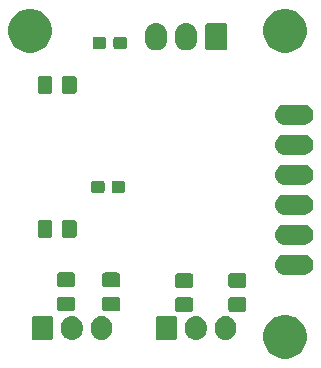
<source format=gbr>
G04 #@! TF.GenerationSoftware,KiCad,Pcbnew,(5.0.2)-1*
G04 #@! TF.CreationDate,2019-03-31T11:29:19+03:00*
G04 #@! TF.ProjectId,galvo-schematic,67616c76-6f2d-4736-9368-656d61746963,rev?*
G04 #@! TF.SameCoordinates,Original*
G04 #@! TF.FileFunction,Soldermask,Bot*
G04 #@! TF.FilePolarity,Negative*
%FSLAX46Y46*%
G04 Gerber Fmt 4.6, Leading zero omitted, Abs format (unit mm)*
G04 Created by KiCad (PCBNEW (5.0.2)-1) date 31.03.2019 11:29:19*
%MOMM*%
%LPD*%
G01*
G04 APERTURE LIST*
%ADD10C,0.100000*%
G04 APERTURE END LIST*
D10*
G36*
X146589625Y-108965095D02*
X146589627Y-108965096D01*
X146589628Y-108965096D01*
X146800714Y-109052531D01*
X146926303Y-109104552D01*
X147229306Y-109307011D01*
X147486989Y-109564694D01*
X147576442Y-109698571D01*
X147689448Y-109867697D01*
X147814338Y-110169206D01*
X147828905Y-110204375D01*
X147900000Y-110561791D01*
X147900000Y-110926209D01*
X147828905Y-111283625D01*
X147689448Y-111620303D01*
X147486989Y-111923306D01*
X147229306Y-112180989D01*
X146926303Y-112383448D01*
X146589628Y-112522904D01*
X146589627Y-112522904D01*
X146589625Y-112522905D01*
X146232209Y-112594000D01*
X145867791Y-112594000D01*
X145510375Y-112522905D01*
X145510373Y-112522904D01*
X145510372Y-112522904D01*
X145173697Y-112383448D01*
X144870694Y-112180989D01*
X144613011Y-111923306D01*
X144410552Y-111620303D01*
X144271095Y-111283625D01*
X144200000Y-110926209D01*
X144200000Y-110561791D01*
X144271095Y-110204375D01*
X144285663Y-110169206D01*
X144410552Y-109867697D01*
X144523558Y-109698571D01*
X144613011Y-109564694D01*
X144870694Y-109307011D01*
X145173697Y-109104552D01*
X145299286Y-109052531D01*
X145510372Y-108965096D01*
X145510373Y-108965096D01*
X145510375Y-108965095D01*
X145867791Y-108894000D01*
X146232209Y-108894000D01*
X146589625Y-108965095D01*
X146589625Y-108965095D01*
G37*
G36*
X128176428Y-108988022D02*
X128346080Y-109039486D01*
X128502434Y-109123058D01*
X128639475Y-109235525D01*
X128751942Y-109372566D01*
X128835514Y-109528919D01*
X128886978Y-109698571D01*
X128900000Y-109830788D01*
X128900000Y-110169211D01*
X128896536Y-110204375D01*
X128886977Y-110301430D01*
X128835514Y-110471081D01*
X128751942Y-110627434D01*
X128639475Y-110764475D01*
X128502434Y-110876942D01*
X128346081Y-110960514D01*
X128176429Y-111011978D01*
X128000000Y-111029355D01*
X127823572Y-111011978D01*
X127653920Y-110960514D01*
X127497567Y-110876942D01*
X127418357Y-110811936D01*
X127360525Y-110764475D01*
X127248057Y-110627432D01*
X127164486Y-110471081D01*
X127113023Y-110301431D01*
X127113022Y-110301429D01*
X127100000Y-110169212D01*
X127100000Y-109830789D01*
X127113022Y-109698572D01*
X127164486Y-109528920D01*
X127248058Y-109372566D01*
X127360525Y-109235525D01*
X127497566Y-109123058D01*
X127653919Y-109039486D01*
X127823571Y-108988022D01*
X128000000Y-108970645D01*
X128176428Y-108988022D01*
X128176428Y-108988022D01*
G37*
G36*
X138676428Y-108988022D02*
X138846080Y-109039486D01*
X139002434Y-109123058D01*
X139139475Y-109235525D01*
X139251942Y-109372566D01*
X139335514Y-109528919D01*
X139386978Y-109698571D01*
X139400000Y-109830788D01*
X139400000Y-110169211D01*
X139396536Y-110204375D01*
X139386977Y-110301430D01*
X139335514Y-110471081D01*
X139251942Y-110627434D01*
X139139475Y-110764475D01*
X139002434Y-110876942D01*
X138846081Y-110960514D01*
X138676429Y-111011978D01*
X138500000Y-111029355D01*
X138323572Y-111011978D01*
X138153920Y-110960514D01*
X137997567Y-110876942D01*
X137918357Y-110811936D01*
X137860525Y-110764475D01*
X137748057Y-110627432D01*
X137664486Y-110471081D01*
X137613023Y-110301431D01*
X137613022Y-110301429D01*
X137600000Y-110169212D01*
X137600000Y-109830789D01*
X137613022Y-109698572D01*
X137664486Y-109528920D01*
X137748058Y-109372566D01*
X137860525Y-109235525D01*
X137997566Y-109123058D01*
X138153919Y-109039486D01*
X138323571Y-108988022D01*
X138500000Y-108970645D01*
X138676428Y-108988022D01*
X138676428Y-108988022D01*
G37*
G36*
X130676428Y-108988022D02*
X130846080Y-109039486D01*
X131002434Y-109123058D01*
X131139475Y-109235525D01*
X131251942Y-109372566D01*
X131335514Y-109528919D01*
X131386978Y-109698571D01*
X131400000Y-109830788D01*
X131400000Y-110169211D01*
X131396536Y-110204375D01*
X131386977Y-110301430D01*
X131335514Y-110471081D01*
X131251942Y-110627434D01*
X131139475Y-110764475D01*
X131002434Y-110876942D01*
X130846081Y-110960514D01*
X130676429Y-111011978D01*
X130500000Y-111029355D01*
X130323572Y-111011978D01*
X130153920Y-110960514D01*
X129997567Y-110876942D01*
X129918357Y-110811936D01*
X129860525Y-110764475D01*
X129748057Y-110627432D01*
X129664486Y-110471081D01*
X129613023Y-110301431D01*
X129613022Y-110301429D01*
X129600000Y-110169212D01*
X129600000Y-109830789D01*
X129613022Y-109698572D01*
X129664486Y-109528920D01*
X129748058Y-109372566D01*
X129860525Y-109235525D01*
X129997566Y-109123058D01*
X130153919Y-109039486D01*
X130323571Y-108988022D01*
X130500000Y-108970645D01*
X130676428Y-108988022D01*
X130676428Y-108988022D01*
G37*
G36*
X141176428Y-108988022D02*
X141346080Y-109039486D01*
X141502434Y-109123058D01*
X141639475Y-109235525D01*
X141751942Y-109372566D01*
X141835514Y-109528919D01*
X141886978Y-109698571D01*
X141900000Y-109830788D01*
X141900000Y-110169211D01*
X141896536Y-110204375D01*
X141886977Y-110301430D01*
X141835514Y-110471081D01*
X141751942Y-110627434D01*
X141639475Y-110764475D01*
X141502434Y-110876942D01*
X141346081Y-110960514D01*
X141176429Y-111011978D01*
X141000000Y-111029355D01*
X140823572Y-111011978D01*
X140653920Y-110960514D01*
X140497567Y-110876942D01*
X140418357Y-110811936D01*
X140360525Y-110764475D01*
X140248057Y-110627432D01*
X140164486Y-110471081D01*
X140113023Y-110301431D01*
X140113022Y-110301429D01*
X140100000Y-110169212D01*
X140100000Y-109830789D01*
X140113022Y-109698572D01*
X140164486Y-109528920D01*
X140248058Y-109372566D01*
X140360525Y-109235525D01*
X140497566Y-109123058D01*
X140653919Y-109039486D01*
X140823571Y-108988022D01*
X141000000Y-108970645D01*
X141176428Y-108988022D01*
X141176428Y-108988022D01*
G37*
G36*
X136743660Y-108979205D02*
X136779980Y-108990222D01*
X136813459Y-109008118D01*
X136842802Y-109032198D01*
X136866882Y-109061541D01*
X136884778Y-109095020D01*
X136895795Y-109131340D01*
X136900000Y-109174035D01*
X136900000Y-110825965D01*
X136895795Y-110868660D01*
X136884778Y-110904980D01*
X136866882Y-110938459D01*
X136842802Y-110967802D01*
X136813459Y-110991882D01*
X136779980Y-111009778D01*
X136743660Y-111020795D01*
X136700965Y-111025000D01*
X135299035Y-111025000D01*
X135256340Y-111020795D01*
X135220020Y-111009778D01*
X135186541Y-110991882D01*
X135157198Y-110967802D01*
X135133118Y-110938459D01*
X135115222Y-110904980D01*
X135104205Y-110868660D01*
X135100000Y-110825965D01*
X135100000Y-109174035D01*
X135104205Y-109131340D01*
X135115222Y-109095020D01*
X135133118Y-109061541D01*
X135157198Y-109032198D01*
X135186541Y-109008118D01*
X135220020Y-108990222D01*
X135256340Y-108979205D01*
X135299035Y-108975000D01*
X136700965Y-108975000D01*
X136743660Y-108979205D01*
X136743660Y-108979205D01*
G37*
G36*
X126243660Y-108979205D02*
X126279980Y-108990222D01*
X126313459Y-109008118D01*
X126342802Y-109032198D01*
X126366882Y-109061541D01*
X126384778Y-109095020D01*
X126395795Y-109131340D01*
X126400000Y-109174035D01*
X126400000Y-110825965D01*
X126395795Y-110868660D01*
X126384778Y-110904980D01*
X126366882Y-110938459D01*
X126342802Y-110967802D01*
X126313459Y-110991882D01*
X126279980Y-111009778D01*
X126243660Y-111020795D01*
X126200965Y-111025000D01*
X124799035Y-111025000D01*
X124756340Y-111020795D01*
X124720020Y-111009778D01*
X124686541Y-110991882D01*
X124657198Y-110967802D01*
X124633118Y-110938459D01*
X124615222Y-110904980D01*
X124604205Y-110868660D01*
X124600000Y-110825965D01*
X124600000Y-109174035D01*
X124604205Y-109131340D01*
X124615222Y-109095020D01*
X124633118Y-109061541D01*
X124657198Y-109032198D01*
X124686541Y-109008118D01*
X124720020Y-108990222D01*
X124756340Y-108979205D01*
X124799035Y-108975000D01*
X126200965Y-108975000D01*
X126243660Y-108979205D01*
X126243660Y-108979205D01*
G37*
G36*
X142576676Y-107404610D02*
X142616960Y-107416829D01*
X142654080Y-107436670D01*
X142686622Y-107463378D01*
X142713330Y-107495920D01*
X142733171Y-107533040D01*
X142745390Y-107573324D01*
X142750000Y-107620124D01*
X142750000Y-108429876D01*
X142745390Y-108476676D01*
X142733171Y-108516960D01*
X142713330Y-108554080D01*
X142686622Y-108586622D01*
X142654080Y-108613330D01*
X142616960Y-108633171D01*
X142576676Y-108645390D01*
X142529876Y-108650000D01*
X141470124Y-108650000D01*
X141423324Y-108645390D01*
X141383040Y-108633171D01*
X141345920Y-108613330D01*
X141313378Y-108586622D01*
X141286670Y-108554080D01*
X141266829Y-108516960D01*
X141254610Y-108476676D01*
X141250000Y-108429876D01*
X141250000Y-107620124D01*
X141254610Y-107573324D01*
X141266829Y-107533040D01*
X141286670Y-107495920D01*
X141313378Y-107463378D01*
X141345920Y-107436670D01*
X141383040Y-107416829D01*
X141423324Y-107404610D01*
X141470124Y-107400000D01*
X142529876Y-107400000D01*
X142576676Y-107404610D01*
X142576676Y-107404610D01*
G37*
G36*
X138076676Y-107404610D02*
X138116960Y-107416829D01*
X138154080Y-107436670D01*
X138186622Y-107463378D01*
X138213330Y-107495920D01*
X138233171Y-107533040D01*
X138245390Y-107573324D01*
X138250000Y-107620124D01*
X138250000Y-108429876D01*
X138245390Y-108476676D01*
X138233171Y-108516960D01*
X138213330Y-108554080D01*
X138186622Y-108586622D01*
X138154080Y-108613330D01*
X138116960Y-108633171D01*
X138076676Y-108645390D01*
X138029876Y-108650000D01*
X136970124Y-108650000D01*
X136923324Y-108645390D01*
X136883040Y-108633171D01*
X136845920Y-108613330D01*
X136813378Y-108586622D01*
X136786670Y-108554080D01*
X136766829Y-108516960D01*
X136754610Y-108476676D01*
X136750000Y-108429876D01*
X136750000Y-107620124D01*
X136754610Y-107573324D01*
X136766829Y-107533040D01*
X136786670Y-107495920D01*
X136813378Y-107463378D01*
X136845920Y-107436670D01*
X136883040Y-107416829D01*
X136923324Y-107404610D01*
X136970124Y-107400000D01*
X138029876Y-107400000D01*
X138076676Y-107404610D01*
X138076676Y-107404610D01*
G37*
G36*
X131894676Y-107355610D02*
X131934960Y-107367829D01*
X131972080Y-107387670D01*
X132004622Y-107414378D01*
X132031330Y-107446920D01*
X132051171Y-107484040D01*
X132063390Y-107524324D01*
X132068000Y-107571124D01*
X132068000Y-108380876D01*
X132063390Y-108427676D01*
X132051171Y-108467960D01*
X132031330Y-108505080D01*
X132004622Y-108537622D01*
X131972080Y-108564330D01*
X131934960Y-108584171D01*
X131894676Y-108596390D01*
X131847876Y-108601000D01*
X130788124Y-108601000D01*
X130741324Y-108596390D01*
X130701040Y-108584171D01*
X130663920Y-108564330D01*
X130631378Y-108537622D01*
X130604670Y-108505080D01*
X130584829Y-108467960D01*
X130572610Y-108427676D01*
X130568000Y-108380876D01*
X130568000Y-107571124D01*
X130572610Y-107524324D01*
X130584829Y-107484040D01*
X130604670Y-107446920D01*
X130631378Y-107414378D01*
X130663920Y-107387670D01*
X130701040Y-107367829D01*
X130741324Y-107355610D01*
X130788124Y-107351000D01*
X131847876Y-107351000D01*
X131894676Y-107355610D01*
X131894676Y-107355610D01*
G37*
G36*
X128076676Y-107346610D02*
X128116960Y-107358829D01*
X128154080Y-107378670D01*
X128186622Y-107405378D01*
X128213330Y-107437920D01*
X128233171Y-107475040D01*
X128245390Y-107515324D01*
X128250000Y-107562124D01*
X128250000Y-108371876D01*
X128245390Y-108418676D01*
X128233171Y-108458960D01*
X128213330Y-108496080D01*
X128186622Y-108528622D01*
X128154080Y-108555330D01*
X128116960Y-108575171D01*
X128076676Y-108587390D01*
X128029876Y-108592000D01*
X126970124Y-108592000D01*
X126923324Y-108587390D01*
X126883040Y-108575171D01*
X126845920Y-108555330D01*
X126813378Y-108528622D01*
X126786670Y-108496080D01*
X126766829Y-108458960D01*
X126754610Y-108418676D01*
X126750000Y-108371876D01*
X126750000Y-107562124D01*
X126754610Y-107515324D01*
X126766829Y-107475040D01*
X126786670Y-107437920D01*
X126813378Y-107405378D01*
X126845920Y-107378670D01*
X126883040Y-107358829D01*
X126923324Y-107346610D01*
X126970124Y-107342000D01*
X128029876Y-107342000D01*
X128076676Y-107346610D01*
X128076676Y-107346610D01*
G37*
G36*
X142576676Y-105354610D02*
X142616960Y-105366829D01*
X142654080Y-105386670D01*
X142686622Y-105413378D01*
X142713330Y-105445920D01*
X142733171Y-105483040D01*
X142745390Y-105523324D01*
X142750000Y-105570124D01*
X142750000Y-106379876D01*
X142745390Y-106426676D01*
X142733171Y-106466960D01*
X142713330Y-106504080D01*
X142686622Y-106536622D01*
X142654080Y-106563330D01*
X142616960Y-106583171D01*
X142576676Y-106595390D01*
X142529876Y-106600000D01*
X141470124Y-106600000D01*
X141423324Y-106595390D01*
X141383040Y-106583171D01*
X141345920Y-106563330D01*
X141313378Y-106536622D01*
X141286670Y-106504080D01*
X141266829Y-106466960D01*
X141254610Y-106426676D01*
X141250000Y-106379876D01*
X141250000Y-105570124D01*
X141254610Y-105523324D01*
X141266829Y-105483040D01*
X141286670Y-105445920D01*
X141313378Y-105413378D01*
X141345920Y-105386670D01*
X141383040Y-105366829D01*
X141423324Y-105354610D01*
X141470124Y-105350000D01*
X142529876Y-105350000D01*
X142576676Y-105354610D01*
X142576676Y-105354610D01*
G37*
G36*
X138076676Y-105354610D02*
X138116960Y-105366829D01*
X138154080Y-105386670D01*
X138186622Y-105413378D01*
X138213330Y-105445920D01*
X138233171Y-105483040D01*
X138245390Y-105523324D01*
X138250000Y-105570124D01*
X138250000Y-106379876D01*
X138245390Y-106426676D01*
X138233171Y-106466960D01*
X138213330Y-106504080D01*
X138186622Y-106536622D01*
X138154080Y-106563330D01*
X138116960Y-106583171D01*
X138076676Y-106595390D01*
X138029876Y-106600000D01*
X136970124Y-106600000D01*
X136923324Y-106595390D01*
X136883040Y-106583171D01*
X136845920Y-106563330D01*
X136813378Y-106536622D01*
X136786670Y-106504080D01*
X136766829Y-106466960D01*
X136754610Y-106426676D01*
X136750000Y-106379876D01*
X136750000Y-105570124D01*
X136754610Y-105523324D01*
X136766829Y-105483040D01*
X136786670Y-105445920D01*
X136813378Y-105413378D01*
X136845920Y-105386670D01*
X136883040Y-105366829D01*
X136923324Y-105354610D01*
X136970124Y-105350000D01*
X138029876Y-105350000D01*
X138076676Y-105354610D01*
X138076676Y-105354610D01*
G37*
G36*
X131894676Y-105305610D02*
X131934960Y-105317829D01*
X131972080Y-105337670D01*
X132004622Y-105364378D01*
X132031330Y-105396920D01*
X132051171Y-105434040D01*
X132063390Y-105474324D01*
X132068000Y-105521124D01*
X132068000Y-106330876D01*
X132063390Y-106377676D01*
X132051171Y-106417960D01*
X132031330Y-106455080D01*
X132004622Y-106487622D01*
X131972080Y-106514330D01*
X131934960Y-106534171D01*
X131894676Y-106546390D01*
X131847876Y-106551000D01*
X130788124Y-106551000D01*
X130741324Y-106546390D01*
X130701040Y-106534171D01*
X130663920Y-106514330D01*
X130631378Y-106487622D01*
X130604670Y-106455080D01*
X130584829Y-106417960D01*
X130572610Y-106377676D01*
X130568000Y-106330876D01*
X130568000Y-105521124D01*
X130572610Y-105474324D01*
X130584829Y-105434040D01*
X130604670Y-105396920D01*
X130631378Y-105364378D01*
X130663920Y-105337670D01*
X130701040Y-105317829D01*
X130741324Y-105305610D01*
X130788124Y-105301000D01*
X131847876Y-105301000D01*
X131894676Y-105305610D01*
X131894676Y-105305610D01*
G37*
G36*
X128076676Y-105296610D02*
X128116960Y-105308829D01*
X128154080Y-105328670D01*
X128186622Y-105355378D01*
X128213330Y-105387920D01*
X128233171Y-105425040D01*
X128245390Y-105465324D01*
X128250000Y-105512124D01*
X128250000Y-106321876D01*
X128245390Y-106368676D01*
X128233171Y-106408960D01*
X128213330Y-106446080D01*
X128186622Y-106478622D01*
X128154080Y-106505330D01*
X128116960Y-106525171D01*
X128076676Y-106537390D01*
X128029876Y-106542000D01*
X126970124Y-106542000D01*
X126923324Y-106537390D01*
X126883040Y-106525171D01*
X126845920Y-106505330D01*
X126813378Y-106478622D01*
X126786670Y-106446080D01*
X126766829Y-106408960D01*
X126754610Y-106368676D01*
X126750000Y-106321876D01*
X126750000Y-105512124D01*
X126754610Y-105465324D01*
X126766829Y-105425040D01*
X126786670Y-105387920D01*
X126813378Y-105355378D01*
X126845920Y-105328670D01*
X126883040Y-105308829D01*
X126923324Y-105296610D01*
X126970124Y-105292000D01*
X128029876Y-105292000D01*
X128076676Y-105296610D01*
X128076676Y-105296610D01*
G37*
G36*
X147743293Y-103796895D02*
X147906085Y-103846278D01*
X148056114Y-103926470D01*
X148187612Y-104034388D01*
X148295530Y-104165886D01*
X148375722Y-104315915D01*
X148425105Y-104478707D01*
X148441779Y-104648000D01*
X148425105Y-104817293D01*
X148375722Y-104980085D01*
X148295530Y-105130114D01*
X148187612Y-105261612D01*
X148056114Y-105369530D01*
X147906085Y-105449722D01*
X147743293Y-105499105D01*
X147616426Y-105511600D01*
X146007574Y-105511600D01*
X145880707Y-105499105D01*
X145717915Y-105449722D01*
X145567886Y-105369530D01*
X145436388Y-105261612D01*
X145328470Y-105130114D01*
X145248278Y-104980085D01*
X145198895Y-104817293D01*
X145182221Y-104648000D01*
X145198895Y-104478707D01*
X145248278Y-104315915D01*
X145328470Y-104165886D01*
X145436388Y-104034388D01*
X145567886Y-103926470D01*
X145717915Y-103846278D01*
X145880707Y-103796895D01*
X146007574Y-103784400D01*
X147616426Y-103784400D01*
X147743293Y-103796895D01*
X147743293Y-103796895D01*
G37*
G36*
X147743293Y-101256895D02*
X147906085Y-101306278D01*
X148056114Y-101386470D01*
X148187612Y-101494388D01*
X148295530Y-101625886D01*
X148375722Y-101775915D01*
X148425105Y-101938707D01*
X148441779Y-102108000D01*
X148425105Y-102277293D01*
X148375722Y-102440085D01*
X148295530Y-102590114D01*
X148187612Y-102721612D01*
X148056114Y-102829530D01*
X147906085Y-102909722D01*
X147743293Y-102959105D01*
X147616426Y-102971600D01*
X146007574Y-102971600D01*
X145880707Y-102959105D01*
X145717915Y-102909722D01*
X145567886Y-102829530D01*
X145436388Y-102721612D01*
X145328470Y-102590114D01*
X145248278Y-102440085D01*
X145198895Y-102277293D01*
X145182221Y-102108000D01*
X145198895Y-101938707D01*
X145248278Y-101775915D01*
X145328470Y-101625886D01*
X145436388Y-101494388D01*
X145567886Y-101386470D01*
X145717915Y-101306278D01*
X145880707Y-101256895D01*
X146007574Y-101244400D01*
X147616426Y-101244400D01*
X147743293Y-101256895D01*
X147743293Y-101256895D01*
G37*
G36*
X126172676Y-100854610D02*
X126212960Y-100866829D01*
X126250080Y-100886670D01*
X126282622Y-100913378D01*
X126309330Y-100945920D01*
X126329171Y-100983040D01*
X126341390Y-101023324D01*
X126346000Y-101070124D01*
X126346000Y-102129876D01*
X126341390Y-102176676D01*
X126329171Y-102216960D01*
X126309330Y-102254080D01*
X126282622Y-102286622D01*
X126250080Y-102313330D01*
X126212960Y-102333171D01*
X126172676Y-102345390D01*
X126125876Y-102350000D01*
X125316124Y-102350000D01*
X125269324Y-102345390D01*
X125229040Y-102333171D01*
X125191920Y-102313330D01*
X125159378Y-102286622D01*
X125132670Y-102254080D01*
X125112829Y-102216960D01*
X125100610Y-102176676D01*
X125096000Y-102129876D01*
X125096000Y-101070124D01*
X125100610Y-101023324D01*
X125112829Y-100983040D01*
X125132670Y-100945920D01*
X125159378Y-100913378D01*
X125191920Y-100886670D01*
X125229040Y-100866829D01*
X125269324Y-100854610D01*
X125316124Y-100850000D01*
X126125876Y-100850000D01*
X126172676Y-100854610D01*
X126172676Y-100854610D01*
G37*
G36*
X128222676Y-100854610D02*
X128262960Y-100866829D01*
X128300080Y-100886670D01*
X128332622Y-100913378D01*
X128359330Y-100945920D01*
X128379171Y-100983040D01*
X128391390Y-101023324D01*
X128396000Y-101070124D01*
X128396000Y-102129876D01*
X128391390Y-102176676D01*
X128379171Y-102216960D01*
X128359330Y-102254080D01*
X128332622Y-102286622D01*
X128300080Y-102313330D01*
X128262960Y-102333171D01*
X128222676Y-102345390D01*
X128175876Y-102350000D01*
X127366124Y-102350000D01*
X127319324Y-102345390D01*
X127279040Y-102333171D01*
X127241920Y-102313330D01*
X127209378Y-102286622D01*
X127182670Y-102254080D01*
X127162829Y-102216960D01*
X127150610Y-102176676D01*
X127146000Y-102129876D01*
X127146000Y-101070124D01*
X127150610Y-101023324D01*
X127162829Y-100983040D01*
X127182670Y-100945920D01*
X127209378Y-100913378D01*
X127241920Y-100886670D01*
X127279040Y-100866829D01*
X127319324Y-100854610D01*
X127366124Y-100850000D01*
X128175876Y-100850000D01*
X128222676Y-100854610D01*
X128222676Y-100854610D01*
G37*
G36*
X147743293Y-98716895D02*
X147906085Y-98766278D01*
X148056114Y-98846470D01*
X148187612Y-98954388D01*
X148295530Y-99085886D01*
X148375722Y-99235915D01*
X148425105Y-99398707D01*
X148441779Y-99568000D01*
X148425105Y-99737293D01*
X148375722Y-99900085D01*
X148295530Y-100050114D01*
X148187612Y-100181612D01*
X148056114Y-100289530D01*
X147906085Y-100369722D01*
X147743293Y-100419105D01*
X147616426Y-100431600D01*
X146007574Y-100431600D01*
X145880707Y-100419105D01*
X145717915Y-100369722D01*
X145567886Y-100289530D01*
X145436388Y-100181612D01*
X145328470Y-100050114D01*
X145248278Y-99900085D01*
X145198895Y-99737293D01*
X145182221Y-99568000D01*
X145198895Y-99398707D01*
X145248278Y-99235915D01*
X145328470Y-99085886D01*
X145436388Y-98954388D01*
X145567886Y-98846470D01*
X145717915Y-98766278D01*
X145880707Y-98716895D01*
X146007574Y-98704400D01*
X147616426Y-98704400D01*
X147743293Y-98716895D01*
X147743293Y-98716895D01*
G37*
G36*
X130592861Y-97523557D02*
X130632635Y-97535623D01*
X130669292Y-97555216D01*
X130701418Y-97581582D01*
X130727784Y-97613708D01*
X130747377Y-97650365D01*
X130759443Y-97690139D01*
X130764000Y-97736408D01*
X130764000Y-98351592D01*
X130759443Y-98397861D01*
X130747377Y-98437635D01*
X130727784Y-98474292D01*
X130701418Y-98506418D01*
X130669292Y-98532784D01*
X130632635Y-98552377D01*
X130592861Y-98564443D01*
X130546592Y-98569000D01*
X129831408Y-98569000D01*
X129785139Y-98564443D01*
X129745365Y-98552377D01*
X129708708Y-98532784D01*
X129676582Y-98506418D01*
X129650216Y-98474292D01*
X129630623Y-98437635D01*
X129618557Y-98397861D01*
X129614000Y-98351592D01*
X129614000Y-97736408D01*
X129618557Y-97690139D01*
X129630623Y-97650365D01*
X129650216Y-97613708D01*
X129676582Y-97581582D01*
X129708708Y-97555216D01*
X129745365Y-97535623D01*
X129785139Y-97523557D01*
X129831408Y-97519000D01*
X130546592Y-97519000D01*
X130592861Y-97523557D01*
X130592861Y-97523557D01*
G37*
G36*
X132342861Y-97523557D02*
X132382635Y-97535623D01*
X132419292Y-97555216D01*
X132451418Y-97581582D01*
X132477784Y-97613708D01*
X132497377Y-97650365D01*
X132509443Y-97690139D01*
X132514000Y-97736408D01*
X132514000Y-98351592D01*
X132509443Y-98397861D01*
X132497377Y-98437635D01*
X132477784Y-98474292D01*
X132451418Y-98506418D01*
X132419292Y-98532784D01*
X132382635Y-98552377D01*
X132342861Y-98564443D01*
X132296592Y-98569000D01*
X131581408Y-98569000D01*
X131535139Y-98564443D01*
X131495365Y-98552377D01*
X131458708Y-98532784D01*
X131426582Y-98506418D01*
X131400216Y-98474292D01*
X131380623Y-98437635D01*
X131368557Y-98397861D01*
X131364000Y-98351592D01*
X131364000Y-97736408D01*
X131368557Y-97690139D01*
X131380623Y-97650365D01*
X131400216Y-97613708D01*
X131426582Y-97581582D01*
X131458708Y-97555216D01*
X131495365Y-97535623D01*
X131535139Y-97523557D01*
X131581408Y-97519000D01*
X132296592Y-97519000D01*
X132342861Y-97523557D01*
X132342861Y-97523557D01*
G37*
G36*
X147743293Y-96176895D02*
X147906085Y-96226278D01*
X148056114Y-96306470D01*
X148187612Y-96414388D01*
X148295530Y-96545886D01*
X148375722Y-96695915D01*
X148425105Y-96858707D01*
X148441779Y-97028000D01*
X148425105Y-97197293D01*
X148375722Y-97360085D01*
X148295530Y-97510114D01*
X148187612Y-97641612D01*
X148056114Y-97749530D01*
X147906085Y-97829722D01*
X147743293Y-97879105D01*
X147616426Y-97891600D01*
X146007574Y-97891600D01*
X145880707Y-97879105D01*
X145717915Y-97829722D01*
X145567886Y-97749530D01*
X145436388Y-97641612D01*
X145328470Y-97510114D01*
X145248278Y-97360085D01*
X145198895Y-97197293D01*
X145182221Y-97028000D01*
X145198895Y-96858707D01*
X145248278Y-96695915D01*
X145328470Y-96545886D01*
X145436388Y-96414388D01*
X145567886Y-96306470D01*
X145717915Y-96226278D01*
X145880707Y-96176895D01*
X146007574Y-96164400D01*
X147616426Y-96164400D01*
X147743293Y-96176895D01*
X147743293Y-96176895D01*
G37*
G36*
X147743293Y-93636895D02*
X147906085Y-93686278D01*
X148056114Y-93766470D01*
X148187612Y-93874388D01*
X148295530Y-94005886D01*
X148375722Y-94155915D01*
X148425105Y-94318707D01*
X148441779Y-94488000D01*
X148425105Y-94657293D01*
X148375722Y-94820085D01*
X148295530Y-94970114D01*
X148187612Y-95101612D01*
X148056114Y-95209530D01*
X147906085Y-95289722D01*
X147743293Y-95339105D01*
X147616426Y-95351600D01*
X146007574Y-95351600D01*
X145880707Y-95339105D01*
X145717915Y-95289722D01*
X145567886Y-95209530D01*
X145436388Y-95101612D01*
X145328470Y-94970114D01*
X145248278Y-94820085D01*
X145198895Y-94657293D01*
X145182221Y-94488000D01*
X145198895Y-94318707D01*
X145248278Y-94155915D01*
X145328470Y-94005886D01*
X145436388Y-93874388D01*
X145567886Y-93766470D01*
X145717915Y-93686278D01*
X145880707Y-93636895D01*
X146007574Y-93624400D01*
X147616426Y-93624400D01*
X147743293Y-93636895D01*
X147743293Y-93636895D01*
G37*
G36*
X147743293Y-91096895D02*
X147906085Y-91146278D01*
X148056114Y-91226470D01*
X148187612Y-91334388D01*
X148295530Y-91465886D01*
X148375722Y-91615915D01*
X148425105Y-91778707D01*
X148441779Y-91948000D01*
X148425105Y-92117293D01*
X148375722Y-92280085D01*
X148295530Y-92430114D01*
X148187612Y-92561612D01*
X148056114Y-92669530D01*
X147906085Y-92749722D01*
X147743293Y-92799105D01*
X147616426Y-92811600D01*
X146007574Y-92811600D01*
X145880707Y-92799105D01*
X145717915Y-92749722D01*
X145567886Y-92669530D01*
X145436388Y-92561612D01*
X145328470Y-92430114D01*
X145248278Y-92280085D01*
X145198895Y-92117293D01*
X145182221Y-91948000D01*
X145198895Y-91778707D01*
X145248278Y-91615915D01*
X145328470Y-91465886D01*
X145436388Y-91334388D01*
X145567886Y-91226470D01*
X145717915Y-91146278D01*
X145880707Y-91096895D01*
X146007574Y-91084400D01*
X147616426Y-91084400D01*
X147743293Y-91096895D01*
X147743293Y-91096895D01*
G37*
G36*
X128222676Y-88662610D02*
X128262960Y-88674829D01*
X128300080Y-88694670D01*
X128332622Y-88721378D01*
X128359330Y-88753920D01*
X128379171Y-88791040D01*
X128391390Y-88831324D01*
X128396000Y-88878124D01*
X128396000Y-89937876D01*
X128391390Y-89984676D01*
X128379171Y-90024960D01*
X128359330Y-90062080D01*
X128332622Y-90094622D01*
X128300080Y-90121330D01*
X128262960Y-90141171D01*
X128222676Y-90153390D01*
X128175876Y-90158000D01*
X127366124Y-90158000D01*
X127319324Y-90153390D01*
X127279040Y-90141171D01*
X127241920Y-90121330D01*
X127209378Y-90094622D01*
X127182670Y-90062080D01*
X127162829Y-90024960D01*
X127150610Y-89984676D01*
X127146000Y-89937876D01*
X127146000Y-88878124D01*
X127150610Y-88831324D01*
X127162829Y-88791040D01*
X127182670Y-88753920D01*
X127209378Y-88721378D01*
X127241920Y-88694670D01*
X127279040Y-88674829D01*
X127319324Y-88662610D01*
X127366124Y-88658000D01*
X128175876Y-88658000D01*
X128222676Y-88662610D01*
X128222676Y-88662610D01*
G37*
G36*
X126172676Y-88662610D02*
X126212960Y-88674829D01*
X126250080Y-88694670D01*
X126282622Y-88721378D01*
X126309330Y-88753920D01*
X126329171Y-88791040D01*
X126341390Y-88831324D01*
X126346000Y-88878124D01*
X126346000Y-89937876D01*
X126341390Y-89984676D01*
X126329171Y-90024960D01*
X126309330Y-90062080D01*
X126282622Y-90094622D01*
X126250080Y-90121330D01*
X126212960Y-90141171D01*
X126172676Y-90153390D01*
X126125876Y-90158000D01*
X125316124Y-90158000D01*
X125269324Y-90153390D01*
X125229040Y-90141171D01*
X125191920Y-90121330D01*
X125159378Y-90094622D01*
X125132670Y-90062080D01*
X125112829Y-90024960D01*
X125100610Y-89984676D01*
X125096000Y-89937876D01*
X125096000Y-88878124D01*
X125100610Y-88831324D01*
X125112829Y-88791040D01*
X125132670Y-88753920D01*
X125159378Y-88721378D01*
X125191920Y-88694670D01*
X125229040Y-88674829D01*
X125269324Y-88662610D01*
X125316124Y-88658000D01*
X126125876Y-88658000D01*
X126172676Y-88662610D01*
X126172676Y-88662610D01*
G37*
G36*
X124999625Y-83057095D02*
X124999627Y-83057096D01*
X124999628Y-83057096D01*
X125336303Y-83196552D01*
X125639306Y-83399011D01*
X125896989Y-83656694D01*
X125896990Y-83656696D01*
X126099448Y-83959697D01*
X126232159Y-84280087D01*
X126238905Y-84296375D01*
X126310000Y-84653791D01*
X126310000Y-85018209D01*
X126244602Y-85346982D01*
X126238904Y-85375628D01*
X126099448Y-85712303D01*
X125896989Y-86015306D01*
X125639306Y-86272989D01*
X125437377Y-86407913D01*
X125336303Y-86475448D01*
X124999628Y-86614904D01*
X124999627Y-86614904D01*
X124999625Y-86614905D01*
X124642209Y-86686000D01*
X124277791Y-86686000D01*
X123920375Y-86614905D01*
X123920373Y-86614904D01*
X123920372Y-86614904D01*
X123583697Y-86475448D01*
X123482623Y-86407913D01*
X123280694Y-86272989D01*
X123023011Y-86015306D01*
X122820552Y-85712303D01*
X122681096Y-85375628D01*
X122675398Y-85346982D01*
X122610000Y-85018209D01*
X122610000Y-84653791D01*
X122681095Y-84296375D01*
X122687842Y-84280087D01*
X122820552Y-83959697D01*
X123023010Y-83656696D01*
X123023011Y-83656694D01*
X123280694Y-83399011D01*
X123583697Y-83196552D01*
X123920372Y-83057096D01*
X123920373Y-83057096D01*
X123920375Y-83057095D01*
X124277791Y-82986000D01*
X124642209Y-82986000D01*
X124999625Y-83057095D01*
X124999625Y-83057095D01*
G37*
G36*
X146589625Y-83057095D02*
X146589627Y-83057096D01*
X146589628Y-83057096D01*
X146926303Y-83196552D01*
X147229306Y-83399011D01*
X147486989Y-83656694D01*
X147486990Y-83656696D01*
X147689448Y-83959697D01*
X147822159Y-84280087D01*
X147828905Y-84296375D01*
X147900000Y-84653791D01*
X147900000Y-85018209D01*
X147834602Y-85346982D01*
X147828904Y-85375628D01*
X147689448Y-85712303D01*
X147486989Y-86015306D01*
X147229306Y-86272989D01*
X147027377Y-86407913D01*
X146926303Y-86475448D01*
X146589628Y-86614904D01*
X146589627Y-86614904D01*
X146589625Y-86614905D01*
X146232209Y-86686000D01*
X145867791Y-86686000D01*
X145510375Y-86614905D01*
X145510373Y-86614904D01*
X145510372Y-86614904D01*
X145173697Y-86475448D01*
X145072623Y-86407913D01*
X144870694Y-86272989D01*
X144613011Y-86015306D01*
X144410552Y-85712303D01*
X144271096Y-85375628D01*
X144265398Y-85346982D01*
X144200000Y-85018209D01*
X144200000Y-84653791D01*
X144271095Y-84296375D01*
X144277842Y-84280087D01*
X144410552Y-83959697D01*
X144613010Y-83656696D01*
X144613011Y-83656694D01*
X144870694Y-83399011D01*
X145173697Y-83196552D01*
X145510372Y-83057096D01*
X145510373Y-83057096D01*
X145510375Y-83057095D01*
X145867791Y-82986000D01*
X146232209Y-82986000D01*
X146589625Y-83057095D01*
X146589625Y-83057095D01*
G37*
G36*
X135308349Y-84207311D02*
X135481773Y-84259919D01*
X135519504Y-84280087D01*
X135641597Y-84345347D01*
X135781686Y-84460314D01*
X135896653Y-84600403D01*
X135982081Y-84760228D01*
X136034688Y-84933649D01*
X136034688Y-84933651D01*
X136048000Y-85068803D01*
X136048000Y-85619198D01*
X136034689Y-85754349D01*
X135982081Y-85927773D01*
X135936418Y-86013201D01*
X135896653Y-86087597D01*
X135781686Y-86227686D01*
X135715147Y-86282292D01*
X135641598Y-86342652D01*
X135481772Y-86428081D01*
X135308348Y-86480689D01*
X135128000Y-86498452D01*
X134947651Y-86480689D01*
X134774227Y-86428081D01*
X134674183Y-86374606D01*
X134614403Y-86342653D01*
X134474314Y-86227686D01*
X134381426Y-86114500D01*
X134359348Y-86087598D01*
X134273919Y-85927772D01*
X134221311Y-85754348D01*
X134208000Y-85619197D01*
X134208000Y-85068802D01*
X134221311Y-84933651D01*
X134273919Y-84760227D01*
X134359349Y-84600402D01*
X134474315Y-84460314D01*
X134614404Y-84345347D01*
X134736497Y-84280087D01*
X134774228Y-84259919D01*
X134947652Y-84207311D01*
X135128000Y-84189548D01*
X135308349Y-84207311D01*
X135308349Y-84207311D01*
G37*
G36*
X137848349Y-84207311D02*
X138021773Y-84259919D01*
X138059504Y-84280087D01*
X138181597Y-84345347D01*
X138321686Y-84460314D01*
X138436653Y-84600403D01*
X138522081Y-84760228D01*
X138574688Y-84933649D01*
X138574688Y-84933651D01*
X138588000Y-85068803D01*
X138588000Y-85619198D01*
X138574689Y-85754349D01*
X138522081Y-85927773D01*
X138476418Y-86013201D01*
X138436653Y-86087597D01*
X138321686Y-86227686D01*
X138255147Y-86282292D01*
X138181598Y-86342652D01*
X138021772Y-86428081D01*
X137848348Y-86480689D01*
X137668000Y-86498452D01*
X137487651Y-86480689D01*
X137314227Y-86428081D01*
X137214183Y-86374606D01*
X137154403Y-86342653D01*
X137014314Y-86227686D01*
X136921426Y-86114500D01*
X136899348Y-86087598D01*
X136813919Y-85927772D01*
X136761311Y-85754348D01*
X136748000Y-85619197D01*
X136748000Y-85068802D01*
X136761311Y-84933651D01*
X136813919Y-84760227D01*
X136899349Y-84600402D01*
X137014315Y-84460314D01*
X137154404Y-84345347D01*
X137276497Y-84280087D01*
X137314228Y-84259919D01*
X137487652Y-84207311D01*
X137668000Y-84189548D01*
X137848349Y-84207311D01*
X137848349Y-84207311D01*
G37*
G36*
X140972474Y-84198185D02*
X141008606Y-84209145D01*
X141041913Y-84226948D01*
X141071099Y-84250901D01*
X141095052Y-84280087D01*
X141112855Y-84313394D01*
X141123815Y-84349526D01*
X141128000Y-84392011D01*
X141128000Y-86295989D01*
X141123815Y-86338474D01*
X141112855Y-86374606D01*
X141095052Y-86407913D01*
X141071099Y-86437099D01*
X141041913Y-86461052D01*
X141008606Y-86478855D01*
X140972474Y-86489815D01*
X140929989Y-86494000D01*
X139486011Y-86494000D01*
X139443526Y-86489815D01*
X139407394Y-86478855D01*
X139374087Y-86461052D01*
X139344901Y-86437099D01*
X139320948Y-86407913D01*
X139303145Y-86374606D01*
X139292185Y-86338474D01*
X139288000Y-86295989D01*
X139288000Y-84392011D01*
X139292185Y-84349526D01*
X139303145Y-84313394D01*
X139320948Y-84280087D01*
X139344901Y-84250901D01*
X139374087Y-84226948D01*
X139407394Y-84209145D01*
X139443526Y-84198185D01*
X139486011Y-84194000D01*
X140929989Y-84194000D01*
X140972474Y-84198185D01*
X140972474Y-84198185D01*
G37*
G36*
X132483861Y-85331557D02*
X132523635Y-85343623D01*
X132560292Y-85363216D01*
X132592418Y-85389582D01*
X132618784Y-85421708D01*
X132638377Y-85458365D01*
X132650443Y-85498139D01*
X132655000Y-85544408D01*
X132655000Y-86159592D01*
X132650443Y-86205861D01*
X132638377Y-86245635D01*
X132618784Y-86282292D01*
X132592418Y-86314418D01*
X132560292Y-86340784D01*
X132523635Y-86360377D01*
X132483861Y-86372443D01*
X132437592Y-86377000D01*
X131722408Y-86377000D01*
X131676139Y-86372443D01*
X131636365Y-86360377D01*
X131599708Y-86340784D01*
X131567582Y-86314418D01*
X131541216Y-86282292D01*
X131521623Y-86245635D01*
X131509557Y-86205861D01*
X131505000Y-86159592D01*
X131505000Y-85544408D01*
X131509557Y-85498139D01*
X131521623Y-85458365D01*
X131541216Y-85421708D01*
X131567582Y-85389582D01*
X131599708Y-85363216D01*
X131636365Y-85343623D01*
X131676139Y-85331557D01*
X131722408Y-85327000D01*
X132437592Y-85327000D01*
X132483861Y-85331557D01*
X132483861Y-85331557D01*
G37*
G36*
X130733861Y-85331557D02*
X130773635Y-85343623D01*
X130810292Y-85363216D01*
X130842418Y-85389582D01*
X130868784Y-85421708D01*
X130888377Y-85458365D01*
X130900443Y-85498139D01*
X130905000Y-85544408D01*
X130905000Y-86159592D01*
X130900443Y-86205861D01*
X130888377Y-86245635D01*
X130868784Y-86282292D01*
X130842418Y-86314418D01*
X130810292Y-86340784D01*
X130773635Y-86360377D01*
X130733861Y-86372443D01*
X130687592Y-86377000D01*
X129972408Y-86377000D01*
X129926139Y-86372443D01*
X129886365Y-86360377D01*
X129849708Y-86340784D01*
X129817582Y-86314418D01*
X129791216Y-86282292D01*
X129771623Y-86245635D01*
X129759557Y-86205861D01*
X129755000Y-86159592D01*
X129755000Y-85544408D01*
X129759557Y-85498139D01*
X129771623Y-85458365D01*
X129791216Y-85421708D01*
X129817582Y-85389582D01*
X129849708Y-85363216D01*
X129886365Y-85343623D01*
X129926139Y-85331557D01*
X129972408Y-85327000D01*
X130687592Y-85327000D01*
X130733861Y-85331557D01*
X130733861Y-85331557D01*
G37*
M02*

</source>
